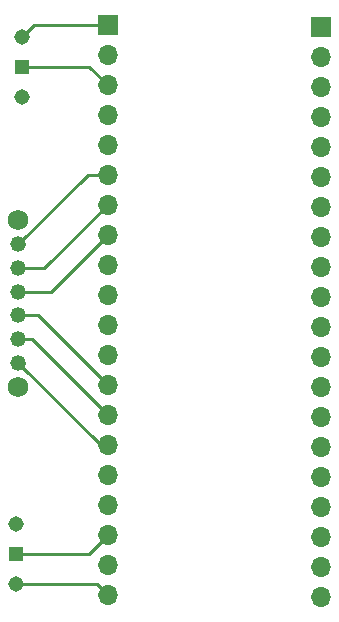
<source format=gbr>
%TF.GenerationSoftware,KiCad,Pcbnew,6.0.1-79c1e3a40b~116~ubuntu20.04.1*%
%TF.CreationDate,2022-02-10T07:45:31-06:00*%
%TF.ProjectId,pico-ducky,7069636f-2d64-4756-936b-792e6b696361,rev?*%
%TF.SameCoordinates,Original*%
%TF.FileFunction,Copper,L1,Top*%
%TF.FilePolarity,Positive*%
%FSLAX46Y46*%
G04 Gerber Fmt 4.6, Leading zero omitted, Abs format (unit mm)*
G04 Created by KiCad (PCBNEW 6.0.1-79c1e3a40b~116~ubuntu20.04.1) date 2022-02-10 07:45:31*
%MOMM*%
%LPD*%
G01*
G04 APERTURE LIST*
%TA.AperFunction,ComponentPad*%
%ADD10C,1.320800*%
%TD*%
%TA.AperFunction,ComponentPad*%
%ADD11C,1.752600*%
%TD*%
%TA.AperFunction,ComponentPad*%
%ADD12R,1.700000X1.700000*%
%TD*%
%TA.AperFunction,ComponentPad*%
%ADD13O,1.700000X1.700000*%
%TD*%
%TA.AperFunction,ComponentPad*%
%ADD14R,1.308000X1.308000*%
%TD*%
%TA.AperFunction,ComponentPad*%
%ADD15C,1.308000*%
%TD*%
%TA.AperFunction,Conductor*%
%ADD16C,0.250000*%
%TD*%
G04 APERTURE END LIST*
D10*
%TO.P,SW3,1,1*%
%TO.N,Net-(J1-Pad6)*%
X105400000Y-71800000D03*
%TO.P,SW3,2,2*%
%TO.N,Net-(J1-Pad7)*%
X105400000Y-73800001D03*
%TO.P,SW3,3,3*%
%TO.N,Net-(J1-Pad8)*%
X105400000Y-75800000D03*
%TO.P,SW3,4,4*%
%TO.N,Net-(J1-Pad13)*%
X105400000Y-77800001D03*
%TO.P,SW3,5,5*%
%TO.N,Net-(J1-Pad14)*%
X105400000Y-79799999D03*
%TO.P,SW3,6,6*%
%TO.N,Net-(J1-Pad15)*%
X105400000Y-81800000D03*
D11*
%TO.P,SW3,7*%
%TO.N,N/C*%
X105400000Y-69700000D03*
%TO.P,SW3,8*%
X105400000Y-83900000D03*
%TD*%
D12*
%TO.P,J2,1,Pin_1*%
%TO.N,unconnected-(J2-Pad1)*%
X131000000Y-53400000D03*
D13*
%TO.P,J2,2,Pin_2*%
%TO.N,unconnected-(J2-Pad2)*%
X131000000Y-55940000D03*
%TO.P,J2,3,Pin_3*%
%TO.N,unconnected-(J2-Pad3)*%
X131000000Y-58480000D03*
%TO.P,J2,4,Pin_4*%
%TO.N,unconnected-(J2-Pad4)*%
X131000000Y-61020000D03*
%TO.P,J2,5,Pin_5*%
%TO.N,unconnected-(J2-Pad5)*%
X131000000Y-63560000D03*
%TO.P,J2,6,Pin_6*%
%TO.N,unconnected-(J2-Pad6)*%
X131000000Y-66100000D03*
%TO.P,J2,7,Pin_7*%
%TO.N,unconnected-(J2-Pad7)*%
X131000000Y-68640000D03*
%TO.P,J2,8,Pin_8*%
%TO.N,unconnected-(J2-Pad8)*%
X131000000Y-71180000D03*
%TO.P,J2,9,Pin_9*%
%TO.N,unconnected-(J2-Pad9)*%
X131000000Y-73720000D03*
%TO.P,J2,10,Pin_10*%
%TO.N,unconnected-(J2-Pad10)*%
X131000000Y-76260000D03*
%TO.P,J2,11,Pin_11*%
%TO.N,unconnected-(J2-Pad11)*%
X131000000Y-78800000D03*
%TO.P,J2,12,Pin_12*%
%TO.N,unconnected-(J2-Pad12)*%
X131000000Y-81340000D03*
%TO.P,J2,13,Pin_13*%
%TO.N,unconnected-(J2-Pad13)*%
X131000000Y-83880000D03*
%TO.P,J2,14,Pin_14*%
%TO.N,unconnected-(J2-Pad14)*%
X131000000Y-86420000D03*
%TO.P,J2,15,Pin_15*%
%TO.N,unconnected-(J2-Pad15)*%
X131000000Y-88960000D03*
%TO.P,J2,16,Pin_16*%
%TO.N,unconnected-(J2-Pad16)*%
X131000000Y-91500000D03*
%TO.P,J2,17,Pin_17*%
%TO.N,unconnected-(J2-Pad17)*%
X131000000Y-94040000D03*
%TO.P,J2,18,Pin_18*%
%TO.N,unconnected-(J2-Pad18)*%
X131000000Y-96580000D03*
%TO.P,J2,19,Pin_19*%
%TO.N,unconnected-(J2-Pad19)*%
X131000000Y-99120000D03*
%TO.P,J2,20,Pin_20*%
%TO.N,unconnected-(J2-Pad20)*%
X131000000Y-101660000D03*
%TD*%
D14*
%TO.P,S1,1*%
%TO.N,Net-(J1-Pad18)*%
X105200000Y-98000000D03*
D15*
%TO.P,S1,2*%
%TO.N,unconnected-(S1-Pad2)*%
X105200000Y-95460000D03*
%TO.P,S1,3*%
%TO.N,Net-(J1-Pad20)*%
X105200000Y-100540000D03*
%TD*%
D12*
%TO.P,J1,1,Pin_1*%
%TO.N,Net-(J1-Pad1)*%
X112950000Y-53205000D03*
D13*
%TO.P,J1,2,Pin_2*%
%TO.N,unconnected-(J1-Pad2)*%
X112950000Y-55745000D03*
%TO.P,J1,3,Pin_3*%
%TO.N,Net-(J1-Pad3)*%
X112950000Y-58285000D03*
%TO.P,J1,4,Pin_4*%
%TO.N,unconnected-(J1-Pad4)*%
X112950000Y-60825000D03*
%TO.P,J1,5,Pin_5*%
%TO.N,unconnected-(J1-Pad5)*%
X112950000Y-63365000D03*
%TO.P,J1,6,Pin_6*%
%TO.N,Net-(J1-Pad6)*%
X112950000Y-65905000D03*
%TO.P,J1,7,Pin_7*%
%TO.N,Net-(J1-Pad7)*%
X112950000Y-68445000D03*
%TO.P,J1,8,Pin_8*%
%TO.N,Net-(J1-Pad8)*%
X112950000Y-70985000D03*
%TO.P,J1,9,Pin_9*%
%TO.N,unconnected-(J1-Pad9)*%
X112950000Y-73525000D03*
%TO.P,J1,10,Pin_10*%
%TO.N,unconnected-(J1-Pad10)*%
X112950000Y-76065000D03*
%TO.P,J1,11,Pin_11*%
%TO.N,unconnected-(J1-Pad11)*%
X112950000Y-78605000D03*
%TO.P,J1,12,Pin_12*%
%TO.N,unconnected-(J1-Pad12)*%
X112950000Y-81145000D03*
%TO.P,J1,13,Pin_13*%
%TO.N,Net-(J1-Pad13)*%
X112950000Y-83685000D03*
%TO.P,J1,14,Pin_14*%
%TO.N,Net-(J1-Pad14)*%
X112950000Y-86225000D03*
%TO.P,J1,15,Pin_15*%
%TO.N,Net-(J1-Pad15)*%
X112950000Y-88765000D03*
%TO.P,J1,16,Pin_16*%
%TO.N,unconnected-(J1-Pad16)*%
X112950000Y-91305000D03*
%TO.P,J1,17,Pin_17*%
%TO.N,unconnected-(J1-Pad17)*%
X112950000Y-93845000D03*
%TO.P,J1,18,Pin_18*%
%TO.N,Net-(J1-Pad18)*%
X112950000Y-96385000D03*
%TO.P,J1,19,Pin_19*%
%TO.N,unconnected-(J1-Pad19)*%
X112950000Y-98925000D03*
%TO.P,J1,20,Pin_20*%
%TO.N,Net-(J1-Pad20)*%
X112950000Y-101465000D03*
%TD*%
D14*
%TO.P,S2,1*%
%TO.N,Net-(J1-Pad3)*%
X105700000Y-56740000D03*
D15*
%TO.P,S2,2*%
%TO.N,Net-(J1-Pad1)*%
X105700000Y-54200000D03*
%TO.P,S2,3*%
%TO.N,unconnected-(S2-Pad3)*%
X105700000Y-59280000D03*
%TD*%
D16*
%TO.N,Net-(J1-Pad3)*%
X105700000Y-56740000D02*
X111405000Y-56740000D01*
X111405000Y-56740000D02*
X112950000Y-58285000D01*
%TO.N,Net-(J1-Pad6)*%
X111295000Y-65905000D02*
X112950000Y-65905000D01*
X105400000Y-71800000D02*
X111295000Y-65905000D01*
%TO.N,Net-(J1-Pad7)*%
X107594999Y-73800001D02*
X112950000Y-68445000D01*
X105400000Y-73800001D02*
X107594999Y-73800001D01*
%TO.N,Net-(J1-Pad14)*%
X105400000Y-79799999D02*
X106524999Y-79799999D01*
X106524999Y-79799999D02*
X112950000Y-86225000D01*
%TO.N,Net-(J1-Pad15)*%
X112365000Y-88765000D02*
X112950000Y-88765000D01*
X105400000Y-81800000D02*
X112365000Y-88765000D01*
%TO.N,Net-(J1-Pad18)*%
X111335000Y-98000000D02*
X112950000Y-96385000D01*
X105200000Y-98000000D02*
X111335000Y-98000000D01*
%TO.N,Net-(J1-Pad20)*%
X105200000Y-100540000D02*
X112025000Y-100540000D01*
X112025000Y-100540000D02*
X112950000Y-101465000D01*
%TO.N,Net-(J1-Pad8)*%
X105400000Y-75800000D02*
X108135000Y-75800000D01*
X108135000Y-75800000D02*
X112950000Y-70985000D01*
%TO.N,Net-(J1-Pad13)*%
X107065001Y-77800001D02*
X112950000Y-83685000D01*
X105400000Y-77800001D02*
X107065001Y-77800001D01*
%TO.N,Net-(J1-Pad1)*%
X106695000Y-53205000D02*
X105700000Y-54200000D01*
X112950000Y-53205000D02*
X106695000Y-53205000D01*
%TD*%
M02*

</source>
